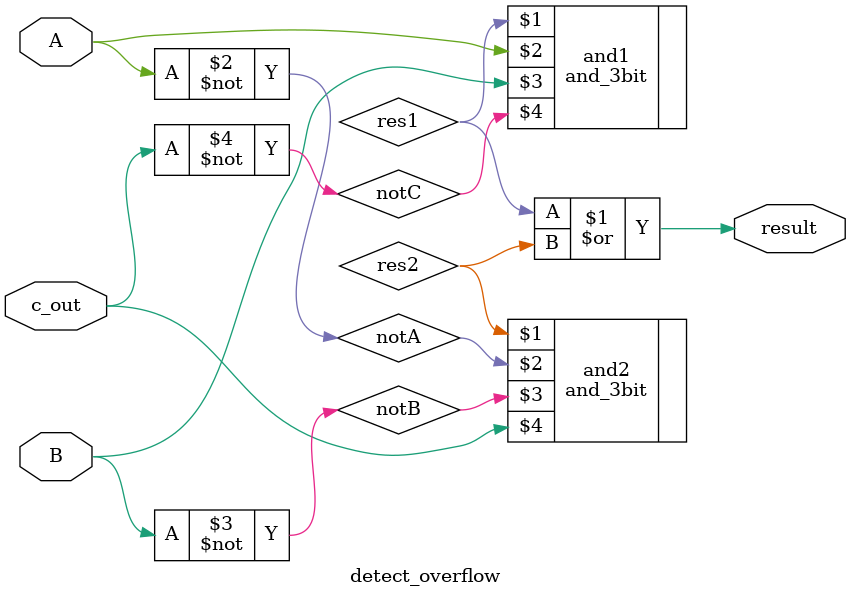
<source format=v>
module detect_overflow (output result, input A, input B, input c_out);
	wire notA,notB,notC, res1, res2;
	not not1 (notA, A);
	not not2 (notB, B);
	not not3 (notC, c_out);
	
	and_3bit and1 (res1, A, B, notC);
	and_3bit and2 (res2, notA, notB, c_out);
	or or1 (result, res1, res2);
endmodule
</source>
